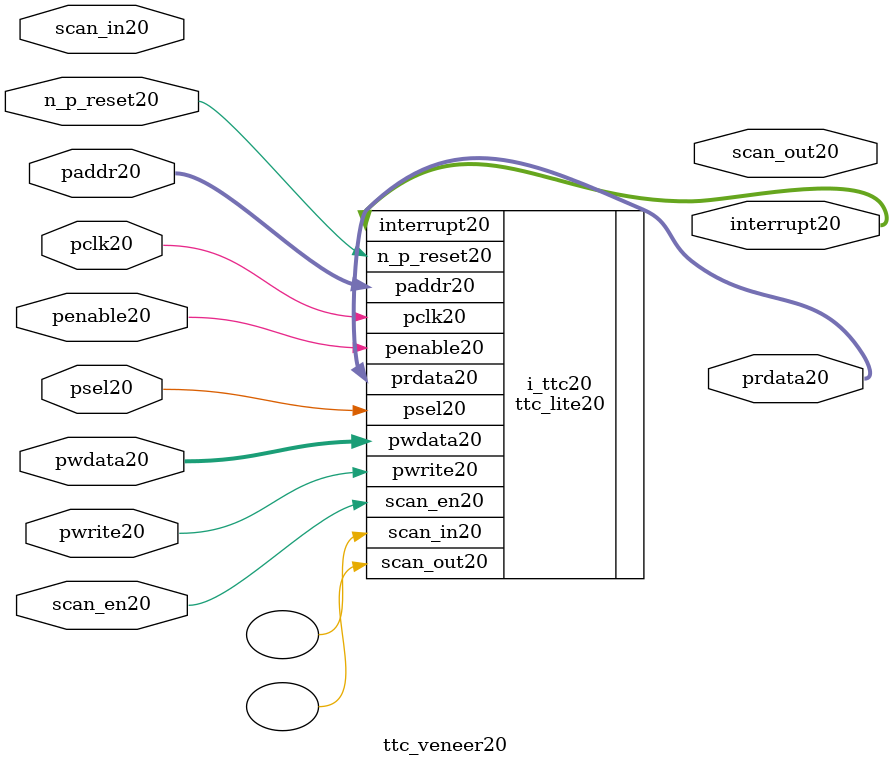
<source format=v>
module ttc_veneer20 (
           
           //inputs20
           n_p_reset20,
           pclk20,
           psel20,
           penable20,
           pwrite20,
           pwdata20,
           paddr20,
           scan_in20,
           scan_en20,

           //outputs20
           prdata20,
           interrupt20,
           scan_out20           

           );


//-----------------------------------------------------------------------------
// PORT DECLARATIONS20
//-----------------------------------------------------------------------------

   input         n_p_reset20;            //System20 Reset20
   input         pclk20;                 //System20 clock20
   input         psel20;                 //Select20 line
   input         penable20;              //Enable20
   input         pwrite20;               //Write line, 1 for write, 0 for read
   input [31:0]  pwdata20;               //Write data
   input [7:0]   paddr20;                //Address Bus20 register
   input         scan_in20;              //Scan20 chain20 input port
   input         scan_en20;              //Scan20 chain20 enable port
   
   output [31:0] prdata20;               //Read Data from the APB20 Interface20
   output [3:1]  interrupt20;            //Interrupt20 from PCI20 
   output        scan_out20;             //Scan20 chain20 output port

//##############################################################################
// if the TTC20 is NOT20 black20 boxed20 
//##############################################################################
`ifndef FV_KIT_BLACK_BOX_TTC20 

ttc_lite20 i_ttc20(

   //inputs20
   .n_p_reset20(n_p_reset20),
   .pclk20(pclk20),
   .psel20(psel20),
   .penable20(penable20),
   .pwrite20(pwrite20),
   .pwdata20(pwdata20),
   .paddr20(paddr20),
   .scan_in20(),
   .scan_en20(scan_en20),

   //outputs20
   .prdata20(prdata20),
   .interrupt20(interrupt20),
   .scan_out20()
);

`else 
//##############################################################################
// if the TTC20 is black20 boxed20 
//##############################################################################

   wire          n_p_reset20;            //System20 Reset20
   wire          pclk20;                 //System20 clock20
   wire          psel20;                 //Select20 line
   wire          penable20;              //Enable20
   wire          pwrite20;               //Write line, 1 for write, 0 for read
   wire  [31:0]  pwdata20;               //Write data
   wire  [7:0]   paddr20;                //Address Bus20 register
   wire          scan_in20;              //Scan20 chain20 wire  port
   wire          scan_en20;              //Scan20 chain20 enable port
   
   reg    [31:0] prdata20;               //Read Data from the APB20 Interface20
   reg    [3:1]  interrupt20;            //Interrupt20 from PCI20 
   reg           scan_out20;             //Scan20 chain20 reg    port

`endif
//##############################################################################
// black20 boxed20 defines20 
//##############################################################################

endmodule

</source>
